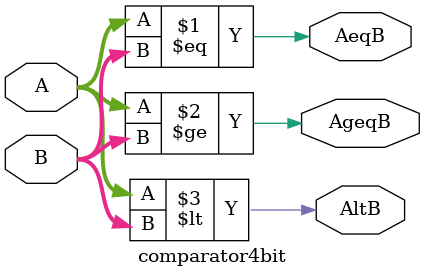
<source format=v>
module comparator4bit(A, B, AeqB, AgeqB, AltB );
input [3:0] A, B;
output  AeqB, AgeqB, AltB;

assign AeqB = (A == B);
assign AgeqB = (A >= B);
assign AltB = (A < B);

endmodule
</source>
